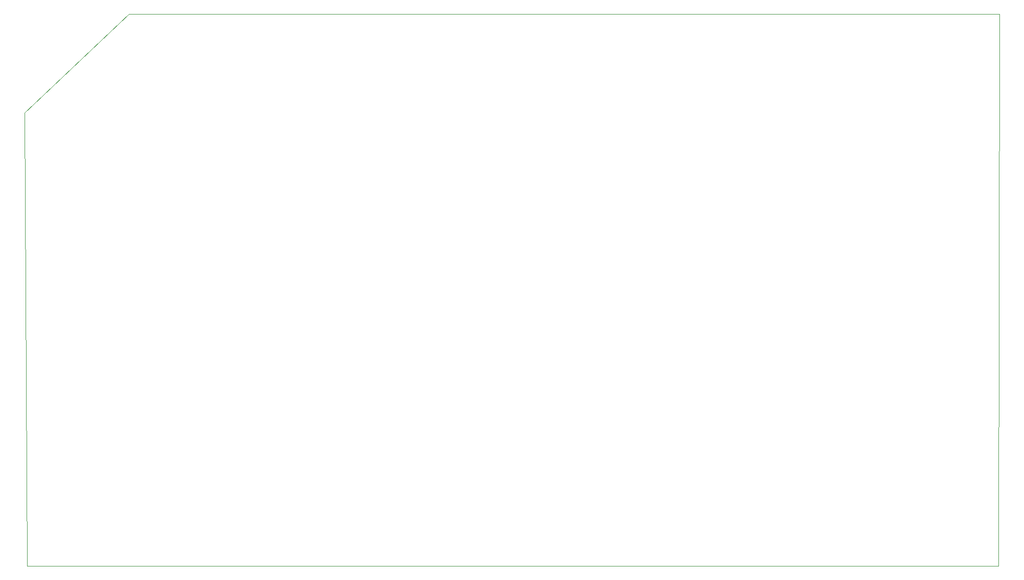
<source format=gbr>
%TF.GenerationSoftware,KiCad,Pcbnew,(5.1.9-0-10_14)*%
%TF.CreationDate,2021-06-18T00:48:09+02:00*%
%TF.ProjectId,V3,56332e6b-6963-4616-945f-706362585858,rev?*%
%TF.SameCoordinates,Original*%
%TF.FileFunction,Profile,NP*%
%FSLAX46Y46*%
G04 Gerber Fmt 4.6, Leading zero omitted, Abs format (unit mm)*
G04 Created by KiCad (PCBNEW (5.1.9-0-10_14)) date 2021-06-18 00:48:09*
%MOMM*%
%LPD*%
G01*
G04 APERTURE LIST*
%TA.AperFunction,Profile*%
%ADD10C,0.100000*%
%TD*%
G04 APERTURE END LIST*
D10*
X249800000Y-49400000D02*
X249600000Y-142700000D01*
X102800000Y-49400000D02*
X249800000Y-49400000D01*
X85200000Y-66100000D02*
X102800000Y-49400000D01*
X85600000Y-142700000D02*
X85200000Y-66100000D01*
X249600000Y-142700000D02*
X85600000Y-142700000D01*
M02*

</source>
